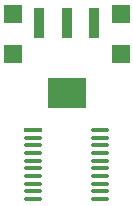
<source format=gtp>
G04 Layer_Color=8421504*
%FSTAX24Y24*%
%MOIN*%
G70*
G01*
G75*
%ADD10R,0.0630X0.0630*%
%ADD11R,0.1299X0.1004*%
%ADD12R,0.0374X0.1004*%
%ADD13O,0.0630X0.0138*%
%ADD14R,0.0630X0.0138*%
D10*
X0432Y029169D02*
D03*
Y027831D02*
D03*
X0468Y027831D02*
D03*
Y029169D02*
D03*
D11*
X045Y026529D02*
D03*
D12*
X044094Y028871D02*
D03*
X045D02*
D03*
X045906D02*
D03*
D13*
X046122Y023516D02*
D03*
Y023772D02*
D03*
Y024028D02*
D03*
Y024284D02*
D03*
Y02454D02*
D03*
Y024796D02*
D03*
Y025052D02*
D03*
Y025307D02*
D03*
X043878Y023516D02*
D03*
Y023772D02*
D03*
Y024028D02*
D03*
Y024284D02*
D03*
Y02454D02*
D03*
Y024796D02*
D03*
Y025052D02*
D03*
Y02326D02*
D03*
Y023004D02*
D03*
X046122Y02326D02*
D03*
Y023004D02*
D03*
D14*
X043878Y025307D02*
D03*
M02*

</source>
